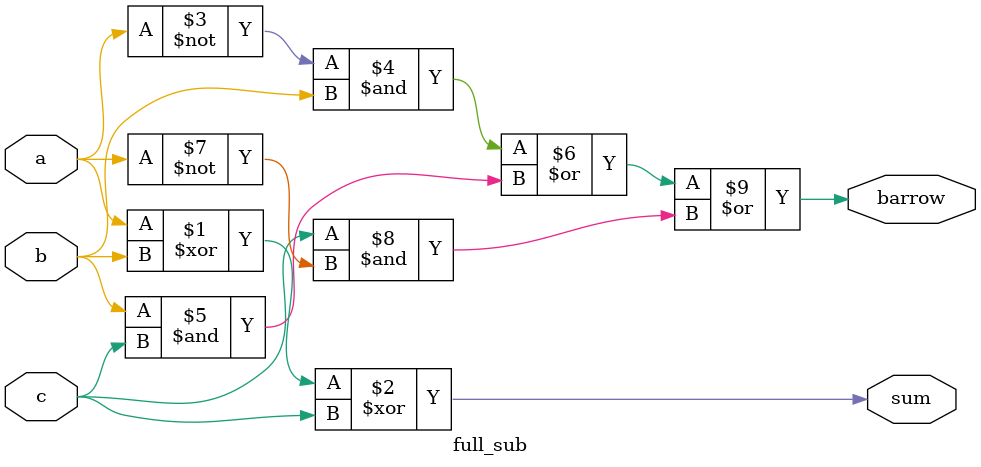
<source format=v>
module full_sub(
input a,b,c,
output sum,barrow);
assign sum=a^b^c;
assign barrow=(~a)&b|b&c|c&(~a);

endmodule

</source>
